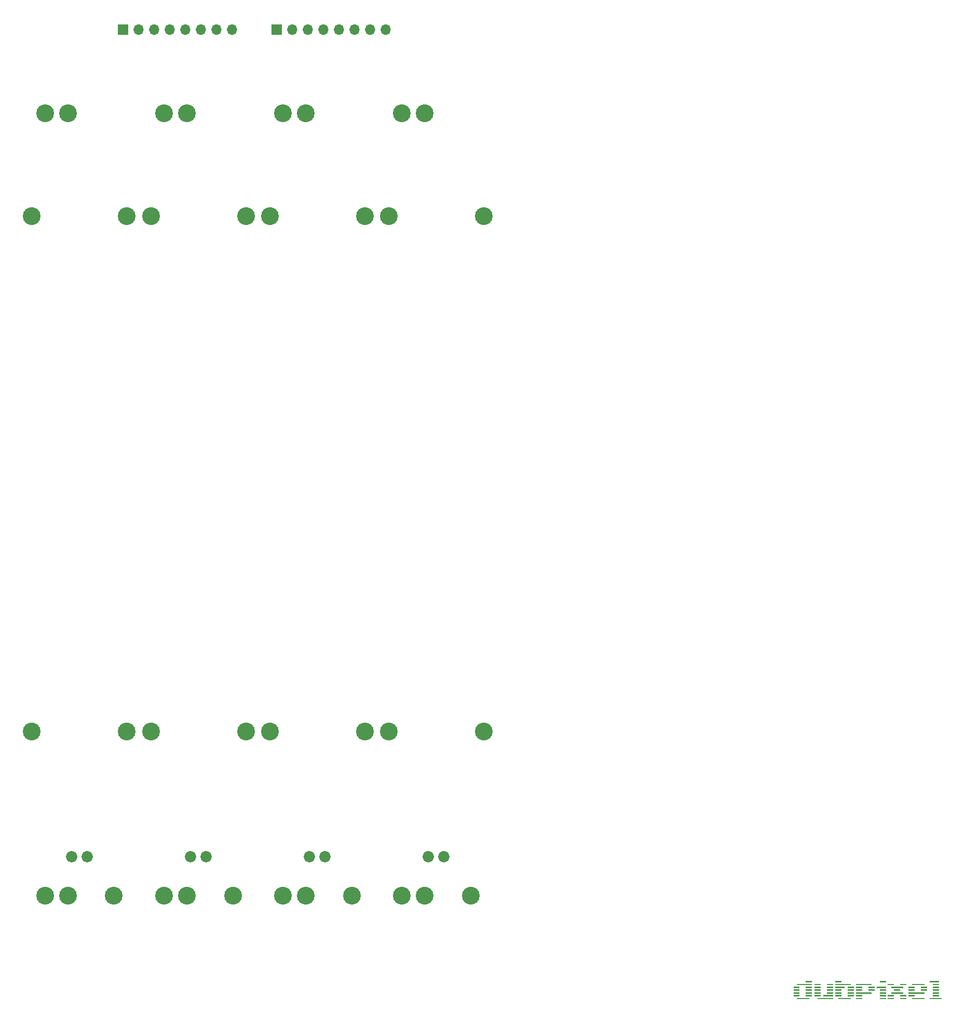
<source format=gbr>
%TF.GenerationSoftware,KiCad,Pcbnew,8.0.4*%
%TF.CreationDate,2024-11-13T09:33:08-05:00*%
%TF.ProjectId,dpx_faded,6470785f-6661-4646-9564-2e6b69636164,rev?*%
%TF.SameCoordinates,Original*%
%TF.FileFunction,Soldermask,Top*%
%TF.FilePolarity,Negative*%
%FSLAX46Y46*%
G04 Gerber Fmt 4.6, Leading zero omitted, Abs format (unit mm)*
G04 Created by KiCad (PCBNEW 8.0.4) date 2024-11-13 09:33:08*
%MOMM*%
%LPD*%
G01*
G04 APERTURE LIST*
%ADD10C,0.150000*%
%ADD11R,1.700000X1.700000*%
%ADD12O,1.700000X1.700000*%
%ADD13C,2.900000*%
%ADD14C,1.850000*%
G04 APERTURE END LIST*
D10*
G36*
X172555101Y-187057903D02*
G01*
X173569050Y-187057903D01*
X173569050Y-187282117D01*
X172555101Y-187282117D01*
X172555101Y-187057903D01*
G37*
G36*
X172555101Y-189319103D02*
G01*
X173569050Y-189319103D01*
X173569050Y-189543318D01*
X172555101Y-189543318D01*
X172555101Y-189319103D01*
G37*
G36*
X172555101Y-188886793D02*
G01*
X173569050Y-188886793D01*
X173569050Y-189111008D01*
X172555101Y-189111008D01*
X172555101Y-188886793D01*
G37*
G36*
X172555101Y-188428105D02*
G01*
X173569050Y-188428105D01*
X173569050Y-188652320D01*
X172555101Y-188652320D01*
X172555101Y-188428105D01*
G37*
G36*
X172555101Y-187995795D02*
G01*
X173569050Y-187995795D01*
X173569050Y-188220010D01*
X172555101Y-188220010D01*
X172555101Y-187995795D01*
G37*
G36*
X171066978Y-187526849D02*
G01*
X173569050Y-187526849D01*
X173569050Y-187751064D01*
X171066978Y-187751064D01*
X171066978Y-187526849D01*
G37*
G36*
X170535505Y-187995795D02*
G01*
X171549455Y-187995795D01*
X171549455Y-188220010D01*
X170535505Y-188220010D01*
X170535505Y-187995795D01*
G37*
G36*
X171066978Y-189788049D02*
G01*
X173086573Y-189788049D01*
X173086573Y-190012264D01*
X171066978Y-190012264D01*
X171066978Y-189788049D01*
G37*
G36*
X170535505Y-189319103D02*
G01*
X171549455Y-189319103D01*
X171549455Y-189543318D01*
X170535505Y-189543318D01*
X170535505Y-189319103D01*
G37*
G36*
X170535505Y-188886793D02*
G01*
X171549455Y-188886793D01*
X171549455Y-189111008D01*
X170535505Y-189111008D01*
X170535505Y-188886793D01*
G37*
G36*
X170535505Y-188428105D02*
G01*
X171549455Y-188428105D01*
X171549455Y-188652320D01*
X170535505Y-188652320D01*
X170535505Y-188428105D01*
G37*
G36*
X176975457Y-190012264D02*
G01*
X176466406Y-190012264D01*
X175963168Y-190012264D01*
X174438506Y-190012264D01*
X174438506Y-189788049D01*
X175963168Y-189788049D01*
X176466406Y-189788049D01*
X176975457Y-189788049D01*
X176975457Y-190012264D01*
G37*
G36*
X175421730Y-189319103D02*
G01*
X175940746Y-189319103D01*
X176455610Y-189319103D01*
X176975457Y-189319103D01*
X176975457Y-189543318D01*
X176455610Y-189543318D01*
X175940746Y-189543318D01*
X175421730Y-189543318D01*
X175421730Y-189319103D01*
G37*
G36*
X173933607Y-189319103D02*
G01*
X174947557Y-189319103D01*
X174947557Y-189543318D01*
X173933607Y-189543318D01*
X173933607Y-189319103D01*
G37*
G36*
X174947557Y-188886793D02*
G01*
X174947557Y-189111008D01*
X173933607Y-189111008D01*
X173933607Y-188886793D01*
X174947557Y-188886793D01*
G37*
G36*
X174947557Y-188428105D02*
G01*
X174947557Y-188652320D01*
X173933607Y-188652320D01*
X173933607Y-188428105D01*
X174947557Y-188428105D01*
G37*
G36*
X174947557Y-187995795D02*
G01*
X174947557Y-188220010D01*
X173933607Y-188220010D01*
X173933607Y-187995795D01*
X174947557Y-187995795D01*
G37*
G36*
X174947557Y-187526849D02*
G01*
X174947557Y-187751064D01*
X173933607Y-187751064D01*
X173933607Y-187526849D01*
X174947557Y-187526849D01*
G37*
G36*
X176975457Y-187751064D02*
G01*
X175961507Y-187751064D01*
X175961507Y-187526849D01*
X176975457Y-187526849D01*
X176975457Y-187751064D01*
G37*
G36*
X176975457Y-188220010D02*
G01*
X175961507Y-188220010D01*
X175961507Y-187995795D01*
X176975457Y-187995795D01*
X176975457Y-188220010D01*
G37*
G36*
X176975457Y-188652320D02*
G01*
X175961507Y-188652320D01*
X175961507Y-188428105D01*
X176975457Y-188428105D01*
X176975457Y-188652320D01*
G37*
G36*
X176975457Y-189111008D02*
G01*
X175961507Y-189111008D01*
X175961507Y-188886793D01*
X176975457Y-188886793D01*
X176975457Y-189111008D01*
G37*
G36*
X177331709Y-187057903D02*
G01*
X178345659Y-187057903D01*
X178345659Y-187282117D01*
X177331709Y-187282117D01*
X177331709Y-187057903D01*
G37*
G36*
X179882777Y-187751064D02*
G01*
X177331709Y-187751064D01*
X177331709Y-187526849D01*
X179882777Y-187526849D01*
X179882777Y-187751064D01*
G37*
G36*
X179351304Y-188220010D02*
G01*
X179351304Y-187995795D01*
X180365254Y-187995795D01*
X180365254Y-188220010D01*
X179351304Y-188220010D01*
G37*
G36*
X179351304Y-188428105D02*
G01*
X180365254Y-188428105D01*
X180365254Y-188652320D01*
X179351304Y-188652320D01*
X179351304Y-188428105D01*
G37*
G36*
X179351304Y-188886793D02*
G01*
X180365254Y-188886793D01*
X180365254Y-189111008D01*
X179351304Y-189111008D01*
X179351304Y-188886793D01*
G37*
G36*
X179351304Y-189319103D02*
G01*
X180365254Y-189319103D01*
X180365254Y-189543318D01*
X179351304Y-189543318D01*
X179351304Y-189319103D01*
G37*
G36*
X177863182Y-189788049D02*
G01*
X179882777Y-189788049D01*
X179882777Y-190012264D01*
X177863182Y-190012264D01*
X177863182Y-189788049D01*
G37*
G36*
X177331709Y-189319103D02*
G01*
X178345659Y-189319103D01*
X178345659Y-189543318D01*
X177331709Y-189543318D01*
X177331709Y-189319103D01*
G37*
G36*
X177331709Y-188886793D02*
G01*
X178345659Y-188886793D01*
X178345659Y-189111008D01*
X177331709Y-189111008D01*
X177331709Y-188886793D01*
G37*
G36*
X177331709Y-188428105D02*
G01*
X178345659Y-188428105D01*
X178345659Y-188652320D01*
X177331709Y-188652320D01*
X177331709Y-188428105D01*
G37*
G36*
X177331709Y-187995795D02*
G01*
X178872979Y-187995795D01*
X178872979Y-188220010D01*
X177331709Y-188220010D01*
X177331709Y-187995795D01*
G37*
G36*
X180729811Y-190012264D02*
G01*
X180729811Y-189788049D01*
X181743761Y-189788049D01*
X181743761Y-190012264D01*
X180729811Y-190012264D01*
G37*
G36*
X180729811Y-188428105D02*
G01*
X181743761Y-188428105D01*
X181743761Y-188652320D01*
X180729811Y-188652320D01*
X180729811Y-188428105D01*
G37*
G36*
X180729811Y-187995795D02*
G01*
X181743761Y-187995795D01*
X181743761Y-188220010D01*
X180729811Y-188220010D01*
X180729811Y-187995795D01*
G37*
G36*
X183253475Y-187751064D02*
G01*
X180729811Y-187751064D01*
X180729811Y-187526849D01*
X183253475Y-187526849D01*
X183253475Y-187751064D01*
G37*
G36*
X182749406Y-188220010D02*
G01*
X182749406Y-187995795D01*
X183763356Y-187995795D01*
X183763356Y-188220010D01*
X182749406Y-188220010D01*
G37*
G36*
X182749406Y-188652320D02*
G01*
X182749406Y-188428105D01*
X183763356Y-188428105D01*
X183763356Y-188652320D01*
X182749406Y-188652320D01*
G37*
G36*
X180729811Y-189111008D02*
G01*
X180729811Y-188886793D01*
X183253475Y-188886793D01*
X183253475Y-189111008D01*
X180729811Y-189111008D01*
G37*
G36*
X180729811Y-189543318D02*
G01*
X180729811Y-189319103D01*
X181743761Y-189319103D01*
X181743761Y-189543318D01*
X180729811Y-189543318D01*
G37*
G36*
X184655233Y-190012264D02*
G01*
X184655233Y-189788049D01*
X185669183Y-189788049D01*
X185669183Y-190012264D01*
X184655233Y-190012264D01*
G37*
G36*
X184655233Y-188886793D02*
G01*
X185669183Y-188886793D01*
X185669183Y-189111008D01*
X184655233Y-189111008D01*
X184655233Y-188886793D01*
G37*
G36*
X184655233Y-188428105D02*
G01*
X185669183Y-188428105D01*
X185669183Y-188652320D01*
X184655233Y-188652320D01*
X184655233Y-188428105D01*
G37*
G36*
X184127913Y-187995795D02*
G01*
X185669183Y-187995795D01*
X185669183Y-188220010D01*
X184127913Y-188220010D01*
X184127913Y-187995795D01*
G37*
G36*
X184655233Y-187057903D02*
G01*
X185669183Y-187057903D01*
X185669183Y-187282117D01*
X184655233Y-187282117D01*
X184655233Y-187057903D01*
G37*
G36*
X184655233Y-189543318D02*
G01*
X184655233Y-189319103D01*
X185669183Y-189319103D01*
X185669183Y-189543318D01*
X184655233Y-189543318D01*
G37*
G36*
X185921632Y-190012264D02*
G01*
X185921632Y-189788049D01*
X186935582Y-189788049D01*
X186935582Y-190012264D01*
X185921632Y-190012264D01*
G37*
G36*
X186935582Y-188428105D02*
G01*
X187945380Y-188428105D01*
X187945380Y-188652320D01*
X186935582Y-188652320D01*
X186935582Y-188428105D01*
G37*
G36*
X186453105Y-187995795D02*
G01*
X188472700Y-187995795D01*
X188472700Y-188220010D01*
X186453105Y-188220010D01*
X186453105Y-187995795D01*
G37*
G36*
X187945380Y-187526849D02*
G01*
X188955177Y-187526849D01*
X188955177Y-187751064D01*
X187945380Y-187751064D01*
X187945380Y-187526849D01*
G37*
G36*
X185921632Y-187526849D02*
G01*
X186935582Y-187526849D01*
X186935582Y-187751064D01*
X185921632Y-187751064D01*
X185921632Y-187526849D01*
G37*
G36*
X186453105Y-189111008D02*
G01*
X186453105Y-188886793D01*
X188472700Y-188886793D01*
X188472700Y-189111008D01*
X186453105Y-189111008D01*
G37*
G36*
X187945380Y-189543318D02*
G01*
X187945380Y-189319103D01*
X188955177Y-189319103D01*
X188955177Y-189543318D01*
X187945380Y-189543318D01*
G37*
G36*
X187945380Y-190012264D02*
G01*
X187945380Y-189788049D01*
X188955177Y-189788049D01*
X188955177Y-190012264D01*
X187945380Y-190012264D01*
G37*
G36*
X185921632Y-189543318D02*
G01*
X185921632Y-189319103D01*
X186935582Y-189319103D01*
X186935582Y-189543318D01*
X185921632Y-189543318D01*
G37*
G36*
X191870802Y-190012264D02*
G01*
X189851207Y-190012264D01*
X189851207Y-189788049D01*
X191870802Y-189788049D01*
X191870802Y-190012264D01*
G37*
G36*
X189851207Y-187526849D02*
G01*
X191870802Y-187526849D01*
X191870802Y-187751064D01*
X189851207Y-187751064D01*
X189851207Y-187526849D01*
G37*
G36*
X189319734Y-188220010D02*
G01*
X189319734Y-187995795D01*
X190333684Y-187995795D01*
X190333684Y-188220010D01*
X189319734Y-188220010D01*
G37*
G36*
X189319734Y-188652320D02*
G01*
X189319734Y-188428105D01*
X190333684Y-188428105D01*
X190333684Y-188652320D01*
X189319734Y-188652320D01*
G37*
G36*
X191339330Y-188220010D02*
G01*
X191339330Y-187995795D01*
X192353279Y-187995795D01*
X192353279Y-188220010D01*
X191339330Y-188220010D01*
G37*
G36*
X191339330Y-188652320D02*
G01*
X191339330Y-188428105D01*
X192353279Y-188428105D01*
X192353279Y-188652320D01*
X191339330Y-188652320D01*
G37*
G36*
X189319734Y-188886793D02*
G01*
X191870802Y-188886793D01*
X191870802Y-189111008D01*
X189319734Y-189111008D01*
X189319734Y-188886793D01*
G37*
G36*
X190333684Y-189543318D02*
G01*
X189319734Y-189543318D01*
X189319734Y-189319103D01*
X190333684Y-189319103D01*
X190333684Y-189543318D01*
G37*
G36*
X192717836Y-187057903D02*
G01*
X194259106Y-187057903D01*
X194259106Y-187282117D01*
X192717836Y-187282117D01*
X192717836Y-187057903D01*
G37*
G36*
X192717836Y-189788049D02*
G01*
X194737432Y-189788049D01*
X194737432Y-190012264D01*
X192717836Y-190012264D01*
X192717836Y-189788049D01*
G37*
G36*
X193245157Y-189319103D02*
G01*
X194259106Y-189319103D01*
X194259106Y-189543318D01*
X193245157Y-189543318D01*
X193245157Y-189319103D01*
G37*
G36*
X193245157Y-188886793D02*
G01*
X194259106Y-188886793D01*
X194259106Y-189111008D01*
X193245157Y-189111008D01*
X193245157Y-188886793D01*
G37*
G36*
X193245157Y-188428105D02*
G01*
X194259106Y-188428105D01*
X194259106Y-188652320D01*
X193245157Y-188652320D01*
X193245157Y-188428105D01*
G37*
G36*
X193245157Y-187995795D02*
G01*
X194259106Y-187995795D01*
X194259106Y-188220010D01*
X193245157Y-188220010D01*
X193245157Y-187995795D01*
G37*
G36*
X193245157Y-187526849D02*
G01*
X194259106Y-187526849D01*
X194259106Y-187751064D01*
X193245157Y-187751064D01*
X193245157Y-187526849D01*
G37*
D11*
%TO.C,J2*%
X61195000Y-32000000D03*
D12*
X63735000Y-32000000D03*
X66275000Y-32000000D03*
X68815000Y-32000000D03*
X71355000Y-32000000D03*
X73895000Y-32000000D03*
X76435000Y-32000000D03*
X78975000Y-32000000D03*
%TD*%
D13*
%TO.C,U2*%
X67845000Y-173180000D03*
X67845000Y-45680000D03*
X71595000Y-45680000D03*
X71595000Y-173180000D03*
D14*
X72200000Y-166830000D03*
X74740000Y-166830000D03*
D13*
X65720000Y-146430000D03*
X81220000Y-146430000D03*
X65720000Y-62430000D03*
X81220000Y-62430000D03*
X79095000Y-173180000D03*
%TD*%
%TO.C,U4*%
X106645000Y-173180000D03*
X106645000Y-45680000D03*
X110395000Y-45680000D03*
X110395000Y-173180000D03*
D14*
X111000000Y-166830000D03*
X113540000Y-166830000D03*
D13*
X104520000Y-146430000D03*
X120020000Y-146430000D03*
X104520000Y-62430000D03*
X120020000Y-62430000D03*
X117895000Y-173180000D03*
%TD*%
%TO.C,U3*%
X87245000Y-173180000D03*
X87245000Y-45680000D03*
X90995000Y-45680000D03*
X90995000Y-173180000D03*
D14*
X91600000Y-166830000D03*
X94140000Y-166830000D03*
D13*
X85120000Y-146430000D03*
X100620000Y-146430000D03*
X85120000Y-62430000D03*
X100620000Y-62430000D03*
X98495000Y-173180000D03*
%TD*%
%TO.C,U1*%
X48445000Y-173180000D03*
X48445000Y-45680000D03*
X52195000Y-45680000D03*
X52195000Y-173180000D03*
D14*
X52800000Y-166830000D03*
X55340000Y-166830000D03*
D13*
X46320000Y-146430000D03*
X61820000Y-146430000D03*
X46320000Y-62430000D03*
X61820000Y-62430000D03*
X59695000Y-173180000D03*
%TD*%
D11*
%TO.C,J1*%
X86250000Y-32030000D03*
D12*
X88790000Y-32030000D03*
X91330000Y-32030000D03*
X93870000Y-32030000D03*
X96410000Y-32030000D03*
X98950000Y-32030000D03*
X101490000Y-32030000D03*
X104030000Y-32030000D03*
%TD*%
M02*

</source>
